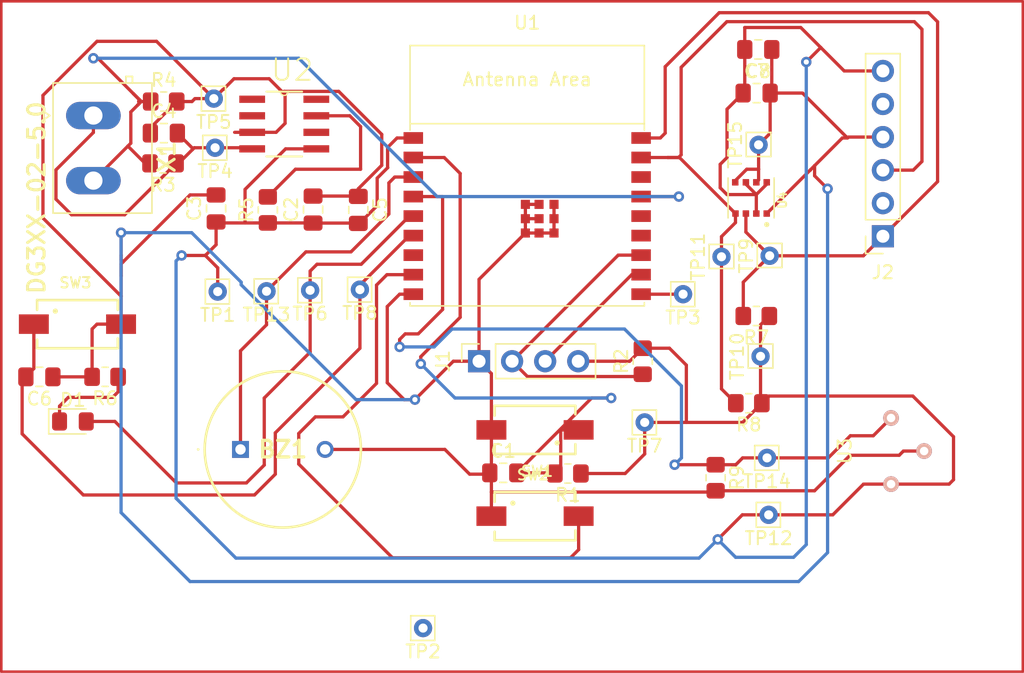
<source format=kicad_pcb>
(kicad_pcb (version 20211014) (generator pcbnew)
  (layers (0 "F.Cu" signal) (31 "B.Cu" signal) (34 "B.Paste" user) (35 "F.Paste" user) (36 "B.SilkS" user "B.Silkscreen") (37 "F.SilkS" user "F.Silkscreen") (38 "B.Mask" user) (39 "F.Mask" user) (44 "Edge.Cuts" user))
  (net 0 "")
  (net 1 "buzzer+")
  (net 2 "GND")
  (net 3 "Net-(C1-Pad2)")
  (net 4 "3.3")
  (net 5 "+ suply ")
  (net 6 "test button")
  (net 7 "Net-(D1-Pad1)")
  (net 8 "test led")
  (net 9 "TX")
  (net 10 "RX")
  (net 11 "SDA")
  (net 13 "SCL")
  (net 15 "batterij level")
  (net 16 "INT PIR")
  (net 17 "Net-(SW2-Pad2)")
  (net 18 "Net-(TP2-Pad1)")
  (net 19 "Net-(TP3-Pad1)")
  (net 23 "Net-(R5-Pad2)")
  (footprint "Connector_Pin:Pin_D0.7mm_L6.5mm_W1.8mm_FlatFork" (layer "F.Cu") (at 105.925 107.825)
    (fp_text reference "TP5")
    (fp_text value "TestPoint")
  )
  (footprint "Connector_Pin:Pin_D0.7mm_L6.5mm_W1.8mm_FlatFork" (layer "F.Cu") (at 109.975 122.625)
    (fp_text reference "TP13")
    (fp_text value "TestPoint")
  )
  (footprint "esp:ESP32-C3-WROOM-02" (layer "F.Cu") (at 130 115)
    (fp_text reference "U1")
    (fp_text value "ESP32-C3-WROOM-02")
  )
  (footprint "BME680:PSON80P300X300X100-8N" (layer "F.Cu") (at 147.2 115.455 -90)
    (fp_text reference "U4")
    (fp_text value "BME680")
  )
  (footprint "LP2989IMX-3:SOIC127P600X175-8N" (layer "F.Cu") (at 111.3362 109.78)
    (fp_text reference "U2")
    (fp_text value "LP2989IMX-3.3/NOPB")
  )
  (footprint "Connector_Pin:Pin_D0.7mm_L6.5mm_W1.8mm_FlatFork" (layer "F.Cu") (at 113.325 122.55)
    (fp_text reference "TP6")
    (fp_text value "TestPoint")
  )
  (footprint "Resistor_SMD:R_0805_2012Metric_Pad1.20x1.40mm_HandSolder" (layer "F.Cu") (at 147.025 131.225 180)
    (fp_text reference "R8")
    (fp_text value "4.7k")
  )
  (footprint "Capacitor_SMD:C_0805_2012Metric_Pad1.18x1.45mm_HandSolder" (layer "F.Cu") (at 113.55 116.35 90)
    (fp_text reference "C2")
    (fp_text value "10u")
  )
  (footprint "Capacitor_SMD:C_0805_2012Metric_Pad1.18x1.45mm_HandSolder" (layer "F.Cu") (at 147.625 107.4)
    (fp_text reference "C7")
    (fp_text value "100n")
  )
  (footprint "Connector_Pin:Pin_D0.7mm_L6.5mm_W1.8mm_FlatFork" (layer "F.Cu") (at 106.025 111.6)
    (fp_text reference "TP4")
    (fp_text value "TestPoint")
  )
  (footprint "434111043826:434111043826" (layer "F.Cu") (at 95.45 125.15)
    (fp_text reference "SW3")
    (fp_text value "SW_Push")
  )
  (footprint "Capacitor_SMD:C_0805_2012Metric_Pad1.18x1.45mm_HandSolder" (layer "F.Cu") (at 102.0875 110.475)
    (fp_text reference "C4")
    (fp_text value "2.2u")
  )
  (footprint "Capacitor_SMD:C_0805_2012Metric_Pad1.18x1.45mm_HandSolder" (layer "F.Cu") (at 106.1 116.2625 90)
    (fp_text reference "C3")
    (fp_text value "0.1u")
  )
  (footprint "434111043826:434111043826" (layer "F.Cu") (at 130.6 139.9)
    (fp_text reference "SW2")
    (fp_text value "SW_Push")
  )
  (footprint "Resistor_SMD:R_0805_2012Metric_Pad1.20x1.40mm_HandSolder" (layer "F.Cu") (at 102.025 112.8 180)
    (fp_text reference "R3")
    (fp_text value "R")
  )
  (footprint "Connector_Pin:Pin_D0.7mm_L6.5mm_W1.8mm_FlatFork" (layer "F.Cu") (at 117.15 122.5)
    (fp_text reference "TP8")
    (fp_text value "TestPoint")
  )
  (footprint "degson:degson-DG306-5.0-02P" (layer "F.Cu") (at 96.675 111.625 -90)
    (fp_text reference "X1")
    (fp_text value "DG3XX-02-5.0")
  )
  (footprint "Connector_Pin:Pin_D0.7mm_L6.5mm_W1.8mm_FlatFork" (layer "F.Cu") (at 122 148.5)
    (fp_text reference "TP2")
    (fp_text value "TestPoint")
  )
  (footprint "Connector_PinSocket_2.54mm:PinSocket_1x04_P2.54mm_Vertical" (layer "F.Cu") (at 126.3 128 90)
    (fp_text reference "J1")
    (fp_text value "Conn_01x04_Female")
  )
  (footprint "Connector_Pin:Pin_D0.7mm_L6.5mm_W1.8mm_FlatFork" (layer "F.Cu") (at 141.975 122.85)
    (fp_text reference "TP3")
    (fp_text value "TestPoint")
  )
  (footprint "LED_SMD:LED_0805_2012Metric_Pad1.15x1.40mm_HandSolder" (layer "F.Cu") (at 95.1 132.625)
    (fp_text reference "D1")
    (fp_text value "LED")
  )
  (footprint "Connector_Pin:Pin_D0.7mm_L6.5mm_W1.8mm_FlatFork" (layer "F.Cu") (at 147.925 127.625 -90)
    (fp_text reference "TP10")
    (fp_text value "TestPoint")
  )
  (footprint "SamacSys_Parts:AX1203DLF" (layer "F.Cu") (at 107.975 134.775)
    (fp_text reference "BZ1")
    (fp_text value "Buzzer" hide)
  )
  (footprint "434111043826:434111043826" (layer "F.Cu") (at 130.6 133.275 180)
    (fp_text reference "SW1")
    (fp_text value "SW_Push")
  )
  (footprint "Connector_PinSocket_2.54mm:PinSocket_1x06_P2.54mm_Vertical" (layer "F.Cu") (at 157.325 118.4 180)
    (fp_text reference "J2")
    (fp_text value "Conn_01x06_Female")
  )
  (footprint "Connector_Pin:Pin_D0.7mm_L6.5mm_W1.8mm_FlatFork" (layer "F.Cu") (at 148.625 119.9 -90)
    (fp_text reference "TP9")
    (fp_text value "TestPoint")
  )
  (footprint "Library:EKMB1305112K" (layer "F.Cu") (at 157.95 134.9 90)
    (fp_text reference "U3")
    (fp_text value "EKMB1305112K")
  )
  (footprint "Resistor_SMD:R_0805_2012Metric_Pad1.20x1.40mm_HandSolder" (layer "F.Cu") (at 97.575 129.2 180)
    (fp_text reference "R6")
    (fp_text value "R")
  )
  (footprint "Connector_Pin:Pin_D0.7mm_L6.5mm_W1.8mm_FlatFork" (layer "F.Cu") (at 139.025 132.7)
    (fp_text reference "TP7")
    (fp_text value "TestPoint")
  )
  (footprint "Capacitor_SMD:C_0805_2012Metric_Pad1.18x1.45mm_HandSolder" (layer "F.Cu") (at 128.1625 136.575)
    (fp_text reference "C1")
    (fp_text value "0.1u")
  )
  (footprint "Connector_Pin:Pin_D0.7mm_L6.5mm_W1.8mm_FlatFork" (layer "F.Cu") (at 148.55 139.8)
    (fp_text reference "TP12")
    (fp_text value "TestPoint")
  )
  (footprint "Capacitor_SMD:C_0805_2012Metric_Pad1.18x1.45mm_HandSolder" (layer "F.Cu") (at 92.525 129.2 180)
    (fp_text reference "C6")
    (fp_text value "0.1u")
  )
  (footprint "Resistor_SMD:R_0805_2012Metric_Pad1.20x1.40mm_HandSolder" (layer "F.Cu") (at 144.475 136.95 -90)
    (fp_text reference "R9")
    (fp_text value "10k")
  )
  (footprint "Resistor_SMD:R_0805_2012Metric_Pad1.20x1.40mm_HandSolder" (layer "F.Cu") (at 147.6 124.525 180)
    (fp_text reference "R7")
    (fp_text value "4.7k")
  )
  (footprint "Resistor_SMD:R_0805_2012Metric_Pad1.20x1.40mm_HandSolder" (layer "F.Cu") (at 102.075 108.05)
    (fp_text reference "R4")
    (fp_text value "R")
  )
  (footprint "Connector_Pin:Pin_D0.7mm_L6.5mm_W1.8mm_FlatFork" (layer "F.Cu") (at 148.425 135.425)
    (fp_text reference "TP14")
    (fp_text value "TestPoint")
  )
  (footprint "Resistor_SMD:R_0805_2012Metric_Pad1.20x1.40mm_HandSolder" (layer "F.Cu") (at 133.125 136.625 180)
    (fp_text reference "R1")
    (fp_text value "10k")
  )
  (footprint "Resistor_SMD:R_0805_2012Metric_Pad1.20x1.40mm_HandSolder" (layer "F.Cu") (at 138.875 128 90)
    (fp_text reference "R2")
    (fp_text value "4.7k")
  )
  (footprint "Capacitor_SMD:C_0805_2012Metric_Pad1.18x1.45mm_HandSolder" (layer "F.Cu") (at 117.025 116.375 -90)
    (fp_text reference "C5")
    (fp_text value "4.7u")
  )
  (footprint "Connector_Pin:Pin_D0.7mm_L6.5mm_W1.8mm_FlatFork" (layer "F.Cu") (at 144.925 119.975 -90)
    (fp_text reference "TP11")
    (fp_text value "TestPoint")
  )
  (footprint "Resistor_SMD:R_0805_2012Metric_Pad1.20x1.40mm_HandSolder" (layer "F.Cu") (at 110.075 116.375 90)
    (fp_text reference "R5")
    (fp_text value "4.7k")
  )
  (footprint "Capacitor_SMD:C_0805_2012Metric_Pad1.18x1.45mm_HandSolder" (layer "F.Cu") (at 147.75 104.05 180)
    (fp_text reference "C8")
    (fp_text value "100n")
  )
  (footprint "Connector_Pin:Pin_D0.7mm_L6.5mm_W1.8mm_FlatFork" (layer "F.Cu") (at 147.775 111.375 -90)
    (fp_text reference "TP15")
    (fp_text value "TestPoint")
  )
  (footprint "Connector_Pin:Pin_D0.7mm_L6.5mm_W1.8mm_FlatFork" (layer "F.Cu") (at 106.225 122.65)
    (fp_text reference "TP1")
    (fp_text value "TestPoint")
  )
  (gr_rect (start 89.6 100.35) (end 168.075 151.85) (layer "F.Cu") (width 0.2) (fill none))
  (segment (start 119.825 113.85) (end 121.25 113.85) (width 0.25) (layer "F.Cu") (net 1))
  (segment (start 119.375 116.687493) (end 119.375 114.3) (width 0.25) (layer "F.Cu") (net 1))
  (segment (start 107.975 127.2) (end 109.975 125.2) (width 0.25) (layer "F.Cu") (net 1))
  (segment (start 116.462493 119.6) (end 119.375 116.687493) (width 0.25) (layer "F.Cu") (net 1))
  (segment (start 113 119.6) (end 116.462493 119.6) (width 0.25) (layer "F.Cu") (net 1))
  (segment (start 119.375 114.3) (end 119.825 113.85) (width 0.25) (layer "F.Cu") (net 1))
  (segment (start 109.975 125.2) (end 109.975 122.625) (width 0.25) (layer "F.Cu") (net 1))
  (segment (start 107.975 134.775) (end 107.975 127.2) (width 0.25) (layer "F.Cu") (net 1))
  (segment (start 109.975 122.625) (end 113 119.6) (width 0.25) (layer "F.Cu") (net 1))
  (segment (start 148.6625 107.4) (end 151.15 107.4) (width 0.25) (layer "F.Cu") (net 2))
  (segment (start 104.475 107.825) (end 104.25 108.05) (width 0.25) (layer "F.Cu") (net 2))
  (segment (start 151.15 107.4) (end 154.6 110.85) (width 0.25) (layer "F.Cu") (net 2))
  (segment (start 123.675 134.775) (end 125.575 136.675) (width 0.25) (layer "F.Cu") (net 2))
  (segment (start 127.25 138.05) (end 144.375 138.05) (width 0.25) (layer "F.Cu") (net 2))
  (segment (start 127.25 136.45) (end 127.125 136.575) (width 0.25) (layer "F.Cu") (net 2))
  (segment (start 117 115.3125) (end 117.025 115.3375) (width 0.25) (layer "F.Cu") (net 2))
  (segment (start 110.71 110.415) (end 111.4 109.725) (width 0.25) (layer "F.Cu") (net 2))
  (segment (start 148.6625 110.4875) (end 147.775 111.375) (width 0.25) (layer "F.Cu") (net 2))
  (segment (start 117.025 114.75) (end 118.825 112.95) (width 0.25) (layer "F.Cu") (net 2))
  (segment (start 148.4 116.655) (end 151.7525 113.3025) (width 0.25) (layer "F.Cu") (net 2))
  (segment (start 106.625 107.125) (end 105.925 107.825) (width 0.25) (layer "F.Cu") (net 2))
  (segment (start 98.9625 120.3625) (end 104.1 115.225) (width 0.25) (layer "F.Cu") (net 2))
  (segment (start 120.2 122.85) (end 119.25 123.8) (width 0.25) (layer "F.Cu") (net 2))
  (segment (start 152.0775 112.9775) (end 152.0775 113.7525) (width 0.25) (layer "F.Cu") (net 2))
  (segment (start 98.9625 120.3625) (end 98.8 120.2) (width 0.25) (layer "F.Cu") (net 2))
  (segment (start 154.8 135.225) (end 158.575 135.225) (width 0.25) (layer "F.Cu") (net 2))
  (segment (start 92.8 117) (end 98.8 123) (width 0.25) (layer "F.Cu") (net 2))
  (segment (start 118.825 110.575) (end 115.521089 107.271089) (width 0.25) (layer "F.Cu") (net 2))
  (segment (start 110.175 106.3) (end 107.475 106.3) (width 0.25) (layer "F.Cu") (net 2))
  (segment (start 101.525 103.425) (end 105.925 107.825) (width 0.25) (layer "F.Cu") (net 2))
  (segment (start 118.825 112.95) (end 118.825 110.575) (width 0.25) (layer "F.Cu") (net 2))
  (segment (start 127.025 136.675) (end 127.125 136.575) (width 0.25) (layer "F.Cu") (net 2))
  (segment (start 154.205 110.85) (end 154.6 110.85) (width 0.25) (layer "F.Cu") (net 2))
  (segment (start 98.8 120.2) (end 98.8 119.85) (width 0.25) (layer "F.Cu") (net 2))
  (segment (start 127.25 128.95) (end 126.3 128) (width 0.25) (layer "F.Cu") (net 2))
  (segment (start 127.25 133.275) (end 127.25 128.95) (width 0.25) (layer "F.Cu") (net 2))
  (segment (start 146.863634 113.25) (end 147.775 113.25) (width 0.25) (layer "F.Cu") (net 2))
  (segment (start 154.67 110.78) (end 157.325 110.78) (width 0.25) (layer "F.Cu") (net 2))
  (segment (start 98.8 119.85) (end 98.8 121.45) (width 0.25) (layer "F.Cu") (net 2))
  (segment (start 129.86 118.15) (end 129.86 115.95) (width 0.25) (layer "F.Cu") (net 2))
  (segment (start 111.328911 107.271089) (end 111.2375 107.3625) (width 0.25) (layer "F.Cu") (net 2))
  (segment (start 93.5625 129.2) (end 96.575 129.2) (width 0.25) (layer "F.Cu") (net 2))
  (segment (start 107.475 106.3) (end 106.65 107.125) (width 0.25) (layer "F.Cu") (net 2))
  (segment (start 127.25 133.275) (end 127.25 136.45) (width 0.25) (layer "F.Cu") (net 2))
  (segment (start 98.8 119.85) (end 98.8 118.125) (width 0.25) (layer "F.Cu") (net 2))
  (segment (start 132.06 115.95) (end 132.06 118.15) (width 0.25) (layer "F.Cu") (net 2))
  (segment (start 148.7875 104.05) (end 148.7875 107.275) (width 0.25) (layer "F.Cu") (net 2))
  (segment (start 147.6 114.255) (end 147.775 114.08) (width 0.25) (layer "F.Cu") (net 2))
  (segment (start 130.91 117.05) (end 129.86 117.05) (width 0.25) (layer "F.Cu") (net 2))
  (segment (start 125.575 136.675) (end 127.025 136.675) (width 0.25) (layer "F.Cu") (net 2))
  (segment (start 121.375 130.95) (end 121.325 131) (width 0.25) (layer "F.Cu") (net 2))
  (segment (start 147.775 113.25) (end 147.775 111.375) (width 0.25) (layer "F.Cu") (net 2))
  (segment (start 148.6625 107.4) (end 148.6625 110.4875) (width 0.25) (layer "F.Cu") (net 2))
  (segment (start 126.3 121.71) (end 129.86 118.15) (width 0.25) (layer "F.Cu") (net 2))
  (segment (start 152.0775 112.9775) (end 154.205 110.85) (width 0.25) (layer "F.Cu") (net 2))
  (segment (start 117.025 115.3375) (end 117.025 114.75) (width 0.25) (layer "F.Cu") (net 2))
  (segment (start 120.55 130.95) (end 121.375 130.95) (width 0.25) (layer "F.Cu") (net 2))
  (segment (start 92.8 114.55) (end 92.8 117) (width 0.25) (layer "F.Cu") (net 2))
  (segment (start 96.95 125.15) (end 98.8 125.15) (width 0.25) (layer "F.Cu") (net 2))
  (segment (start 96.575 125.525) (end 96.95 125.15) (width 0.25) (layer "F.Cu") (net 2))
  (segment (start 127.25 136.7) (end 127.25 138.05) (width 0.25) (layer "F.Cu") (net 2))
  (segment (start 101.05 110.075) (end 103.075 108.05) (width 0.25) (layer "F.Cu") (net 2))
  (segment (start 113.55 115.3125) (end 117 115.3125) (width 0.25) (layer "F.Cu") (net 2))
  (segment (start 111.4 109.725) (end 111.4 107.525) (width 0.25) (layer "F.Cu") (net 2))
  (segment (start 144.475 137.95) (end 152.075 137.95) (width 0.25) (layer "F.Cu") (net 2))
  (segment (start 147.775 114.08) (end 147.775 113.25) (width 0.25) (layer "F.Cu") (net 2))
  (segment (start 154.6 110.85) (end 154.67 110.78) (width 0.25) (layer "F.Cu") (net 2))
  (segment (start 98.8 121.45) (end 98.8 120.525) (width 0.25) (layer "F.Cu") (net 2))
  (segment (start 158.9 134.9) (end 160.49 134.9) (width 0.25) (layer "F.Cu") (net 2))
  (segment (start 111.2375 107.3625) (end 110.175 106.3) (width 0.25) (layer "F.Cu") (net 2))
  (segment (start 145.98 114.255) (end 145.98 114.133634) (width 0.25) (layer "F.Cu") (net 2))
  (segment (start 127.125 136.575) (end 127.25 136.7) (width 0.25) (layer "F.Cu") (net 2))
  (segment (start 111.4 107.525) (end 111.2375 107.3625) (width 0.25) (layer "F.Cu") (net 2))
  (segment (start 129.86 115.95) (end 130.91 115.95) (width 0.25) (layer "F.Cu") (net 2))
  (segment (start 96.950386 103.425) (end 101.525 103.425) (width 0.25) (layer "F.Cu") (net 2))
  (segment (start 130.91 118.15) (end 132.06 118.15) (width 0.25) (layer "F.Cu") (net 2))
  (segment (start 104.1 115.225) (end 106.1 115.225) (width 0.25) (layer "F.Cu") (net 2))
  (segment (start 129.86 118.15) (end 130.91 118.15) (width 0.25) (layer "F.Cu") (net 2))
  (segment (start 114.475 134.775) (end 123.675 134.775) (width 0.25) (layer "F.Cu") (net 2))
  (segment (start 144.375 138.05) (end 144.475 137.95) (width 0.25) (layer "F.Cu") (net 2))
  (segment (start 145.98 114.133634) (end 146.863634 113.25) (width 0.25) (layer "F.Cu") (net 2))
  (segment (start 151.7525 113.3025) (end 151.7525 113.3275) (width 0.25) (layer "F.Cu") (net 2))
  (segment (start 126.3 128) (end 126.3 121.71) (width 0.25) (layer "F.Cu") (net 2))
  (segment (start 101.05 110.475) (end 101.05 110.075) (width 0.25) (layer "F.Cu") (net 2))
  (segment (start 104.25 108.05) (end 103.075 108.05) (width 0.25) (layer "F.Cu") (net 2))
  (segment (start 148.7875 107.275) (end 148.6625 107.4) (width 0.25) (layer "F.Cu") (net 2))
  (segment (start 121.25 122.85) (end 120.2 122.85) (width 0.25) (layer "F.Cu") (net 2))
  (segment (start 127.25 138.05) (end 127.25 139.9) (width 0.25) (layer "F.Cu") (net 2))
  (segment (start 152.075 137.95) (end 154.8 135.225) (width 0.25) (layer "F.Cu") (net 2))
  (segment (start 96.575 129.2) (end 96.575 125.525) (width 0.25) (layer "F.Cu") (net 2))
  (segment (start 98.8 120.525) (end 98.9625 120.3625) (width 0.25) (layer "F.Cu") (net 2))
  (segment (start 105.925 107.825) (end 104.475 107.825) (width 0.25) (layer "F.Cu") (net 2))
  (segment (start 126.3 128) (end 124.325 128) (width 0.25) (layer "F.Cu") (net 2))
  (segment (start 106.65 107.125) (end 106.625 107.125) (width 0.25) (layer "F.Cu") (net 2))
  (segment (start 98.8 125.15) (end 98.8 123) (width 0.25) (layer "F.Cu") (net 2))
  (segment (start 92.8 107.575386) (end 96.950386 103.425) (width 0.25) (layer "F.Cu") (net 2))
  (segment (start 152.0775 113.7525) (end 153.075 114.75) (width 0.25) (layer "F.Cu") (net 2))
  (segment (start 107.525051 110.415) (end 108.8724 110.415) (width 0.25) (layer "F.Cu") (net 2))
  (segment (start 158.575 135.225) (end 158.9 134.9) (width 0.25) (layer "F.Cu") (net 2))
  (segment (start 92.8 114.55) (end 92.8 107.575386) (width 0.25) (layer "F.Cu") (net 2))
  (segment (start 98.8 123) (end 98.8 121.45) (width 0.25) (layer "F.Cu") (net 2))
  (segment (start 108.8724 110.415) (end 110.71 110.415) (width 0.25) (layer "F.Cu") (net 2))
  (segment (start 115.521089 107.271089) (end 111.328911 107.271089) (width 0.25) (layer "F.Cu") (net 2))
  (segment (start 151.7525 113.3025) (end 152.0775 112.9775) (width 0.25) (layer "F.Cu") (net 2))
  (segment (start 119.25 123.8) (end 119.25 129.65) (width 0.25) (layer "F.Cu") (net 2))
  (segment (start 124.325 128) (end 121.375 130.95) (width 0.25) (layer "F.Cu") (net 2))
  (segment (start 119.25 129.65) (end 120.55 130.95) (width 0.25) (layer "F.Cu") (net 2))
  (via (at 98.8 118.125) (size 0.8) (drill 0.4) (layers "F.Cu" "B.Cu") (net 2))
  (via (at 121.375 130.95) (size 0.8) (drill 0.4) (layers "F.Cu" "B.Cu") (net 2))
  (via (at 153.075 114.75) (size 0.8) (drill 0.4) (layers "F.Cu" "B.Cu") (net 2))
  (segment (start 104.225 118.125) (end 108.025 121.925) (width 0.25) (layer "B.Cu") (net 2))
  (segment (start 104.1 144.925) (end 98.8 139.625) (width 0.25) (layer "B.Cu") (net 2))
  (segment (start 153.075 114.75) (end 153.075 142.7) (width 0.25) (layer "B.Cu") (net 2))
  (segment (start 108.025 122.123878) (end 116.851122 130.95) (width 0.25) (layer "B.Cu") (net 2))
  (segment (start 116.851122 130.95) (end 121.375 130.95) (width 0.25) (layer "B.Cu") (net 2))
  (segment (start 98.8 139.625) (end 98.8 118.125) (width 0.25) (layer "B.Cu") (net 2))
  (segment (start 98.8 118.125) (end 104.225 118.125) (width 0.25) (layer "B.Cu") (net 2))
  (segment (start 108.025 121.925) (end 108.025 122.123878) (width 0.25) (layer "B.Cu") (net 2))
  (segment (start 150.85 144.925) (end 104.1 144.925) (width 0.25) (layer "B.Cu") (net 2))
  (segment (start 153.075 142.7) (end 150.85 144.925) (width 0.25) (layer "B.Cu") (net 2))
  (segment (start 121.825 127.65) (end 121.825 128.2) (width 0.25) (layer "F.Cu") (net 3))
  (segment (start 132.575 136.175) (end 132.125 136.625) (width 0.25) (layer "F.Cu") (net 3))
  (segment (start 132.075 136.575) (end 132.125 136.625) (width 0.25) (layer "F.Cu") (net 3))
  (segment (start 129.2 136.575) (end 134.95 130.825) (width 0.25) (layer "F.Cu") (net 3))
  (segment (start 129.2 136.575) (end 132.075 136.575) (width 0.25) (layer "F.Cu") (net 3))
  (segment (start 124.85 124.625) (end 121.825 127.65) (width 0.25) (layer "F.Cu") (net 3))
  (segment (start 124.85 113.575) (end 124.85 124.625) (width 0.25) (layer "F.Cu") (net 3))
  (segment (start 121.25 112.35) (end 123.625 112.35) (width 0.25) (layer "F.Cu") (net 3))
  (segment (start 134.95 130.825) (end 136.45 130.825) (width 0.25) (layer "F.Cu") (net 3))
  (segment (start 123.625 112.35) (end 124.85 113.575) (width 0.25) (layer "F.Cu") (net 3))
  (segment (start 132.575 133.275) (end 132.575 136.175) (width 0.25) (layer "F.Cu") (net 3))
  (segment (start 133.95 133.275) (end 132.575 133.275) (width 0.25) (layer "F.Cu") (net 3))
  (via (at 136.45 130.825) (size 0.8) (drill 0.4) (layers "F.Cu" "B.Cu") (net 3))
  (via (at 121.825 128.2) (size 0.8) (drill 0.4) (layers "F.Cu" "B.Cu") (net 3))
  (segment (start 121.825 128.2) (end 124.45 130.825) (width 0.25) (layer "B.Cu") (net 3))
  (segment (start 124.45 130.825) (end 136.45 130.825) (width 0.25) (layer "B.Cu") (net 3))
  (segment (start 108.325 114.8) (end 108.325 117.375) (width 0.25) (layer "F.Cu") (net 4))
  (segment (start 113.55 117.3875) (end 117 117.3875) (width 0.25) (layer "F.Cu") (net 4))
  (segment (start 117 117.3875) (end 117.025 117.4125) (width 0.25) (layer "F.Cu") (net 4))
  (segment (start 140.925 127) (end 142.225 128.3) (width 0.25) (layer "F.Cu") (net 4))
  (segment (start 144.825 112.875) (end 144.825 114.675) (width 0.25) (layer "F.Cu") (net 4))
  (segment (start 106.1 117.3) (end 106.175 117.375) (width 0.25) (layer "F.Cu") (net 4))
  (segment (start 119.27452 113.12452) (end 119.280359 113.130359) (width 0.25) (layer "F.Cu") (net 4))
  (segment (start 134.125 136.625) (end 137.525 136.625) (width 0.25) (layer "F.Cu") (net 4))
  (segment (start 106.225 122.65) (end 106.225 120.825) (width 0.25) (layer "F.Cu") (net 4))
  (segment (start 147.925 127.625) (end 147.925 125.2) (width 0.25) (layer "F.Cu") (net 4))
  (segment (start 146.7125 104.05) (end 146.7125 107.275) (width 0.25) (layer "F.Cu") (net 4))
  (segment (start 144.825 114.675) (end 145.346366 115.196366) (width 0.25) (layer "F.Cu") (net 4))
  (segment (start 106.1 117.3) (end 106.1 119.05) (width 0.25) (layer "F.Cu") (net 4))
  (segment (start 152.55 103.9) (end 154.35 105.7) (width 0.25) (layer "F.Cu") (net 4))
  (segment (start 146.5875 107.4) (end 145.35 108.6375) (width 0.25) (layer "F.Cu") (net 4))
  (segment (start 147.925 127.625) (end 147.925 131.125) (width 0.25) (layer "F.Cu") (net 4))
  (segment (start 146.8 114.396366) (end 147.6 115.196366) (width 0.25) (layer "F.Cu") (net 4))
  (segment (start 147.925 125.2) (end 148.6 124.525) (width 0.25) (layer "F.Cu") (net 4))
  (segment (start 146.55 132.7) (end 148.025 131.225) (width 0.25) (layer "F.Cu") (net 4))
  (segment (start 139.025 135.125) (end 139.025 132.7) (width 0.25) (layer "F.Cu") (net 4))
  (segment (start 133.92 128) (end 137.875 128) (width 0.25) (layer "F.Cu") (net 4))
  (segment (start 106.1 119.05) (end 105.325 119.825) (width 0.25) (layer "F.Cu") (net 4))
  (segment (start 148.4 114.396366) (end 148.4 114.255) (width 0.25) (layer "F.Cu") (net 4))
  (segment (start 108.325 117.375) (end 110.075 117.375) (width 0.25) (layer "F.Cu") (net 4))
  (segment (start 145.35 112.35) (end 144.825 112.875) (width 0.25) (layer "F.Cu") (net 4))
  (segment (start 151.0125 102.3625) (end 152.55 103.9) (width 0.25) (layer "F.Cu") (net 4))
  (segment (start 105.325 119.825) (end 105.275 119.875) (width 0.25) (layer "F.Cu") (net 4))
  (segment (start 148.025 131.225) (end 148.575 130.675) (width 0.25) (layer "F.Cu") (net 4))
  (segment (start 146.8 114.255) (end 146.8 114.396366) (width 0.25) (layer "F.Cu") (net 4))
  (segment (start 119.280359 113.130359) (end 118.475 113.935718) (width 0.25) (layer "F.Cu") (net 4))
  (segment (start 147.6 115.196366) (end 148.4 114.396366) (width 0.25) (layer "F.Cu") (net 4))
  (segment (start 121.25 110.85) (end 120 110.85) (width 0.25) (layer "F.Cu") (net 4))
  (segment (start 147.6 115.196366) (end 147.6 116.655) (width 0.25) (layer "F.Cu") (net 4))
  (segment (start 148.6 124.525) (end 148.6 124.475) (width 0.25) (layer "F.Cu") (net 4))
  (segment (start 145.35 108.6375) (end 145.35 112.35) (width 0.25) (layer "F.Cu") (net 4))
  (segment (start 146.525 139.8) (end 144.6375 141.6875) (width 0.25) (layer "F.Cu") (net 4))
  (segment (start 153.475 139.8) (end 155.835 137.44) (width 0.25) (layer "F.Cu") (net 4))
  (segment (start 162.75 133.8) (end 162.75 137.1) (width 0.25) (layer "F.Cu") (net 4))
  (segment (start 142.225 132.7) (end 146.55 132.7) (width 0.25) (layer "F.Cu") (net 4))
  (segment (start 118.475 113.935718) (end 118.475 116.05) (width 0.25) (layer "F.Cu") (net 4))
  (segment (start 162.75 137.1) (end 162.41 137.44) (width 0.25) (layer "F.Cu") (net 4))
  (segment (start 159.625 130.675) (end 162.75 133.8) (width 0.25) (layer "F.Cu") (net 4))
  (segment (start 110.075 117.375) (end 113.5375 117.375) (width 0.25) (layer "F.Cu") (net 4))
  (segment (start 117.1125 117.4125) (end 117.025 117.4125) (width 0.25) (layer "F.Cu") (net 4))
  (segment (start 148.55 139.8) (end 153.475 139.8) (width 0.25) (layer "F.Cu") (net 4))
  (segment (start 113.8 111.685) (end 111.44 111.685) (width 0.25) (layer "F.Cu") (net 4))
  (segment (start 113.5375 117.375) (end 113.55 117.3875) (width 0.25) (layer "F.Cu") (net 4))
  (segment (start 118.475 116.05) (end 117.1125 117.4125) (width 0.25) (layer "F.Cu") (net 4))
  (segment (start 147.925 131.125) (end 148.025 131.225) (width 0.25) (layer "F.Cu") (net 4))
  (segment (start 139.025 132.7) (end 142.225 132.7) (width 0.25) (layer "F.Cu") (net 4))
  (segment (start 105.275 119.875) (end 103.45 119.875) (width 0.25) (layer "F.Cu") (net 4))
  (segment (start 142.225 128.3) (end 142.225 132.7) (width 0.25) (layer "F.Cu") (net 4))
  (segment (start 148.55 139.8) (end 146.525 139.8) (width 0.25) (layer "F.Cu") (net 4))
  (segment (start 146.7125 107.275) (end 146.5875 107.4) (width 0.25) (layer "F.Cu") (net 4))
  (segment (start 152.55 103.9) (end 151.475 104.975) (width 0.25) (layer "F.Cu") (net 4))
  (segment (start 137.525 136.625) (end 139.025 135.125) (width 0.25) (layer "F.Cu") (net 4))
  (segment (start 148.575 130.675) (end 159.625 130.675) (width 0.25) (layer "F.Cu") (net 4))
  (segment (start 162.41 137.44) (end 157.95 137.44) (width 0.25) (layer "F.Cu") (net 4))
  (segment (start 151.4375 105.0125) (end 151.375 105.075) (width 0.25) (layer "F.Cu") (net 4))
  (segment (start 120 110.85) (end 119.27452 111.57548) (width 0.25) (layer "F.Cu") (net 4))
  (segment (start 145.346366 115.196366) (end 147.6 115.196366) (width 0.25) (layer "F.Cu") (net 4))
  (segment (start 144.6375 141.6875) (end 144.5 141.825) (width 0.25) (layer "F.Cu") (net 4))
  (segment (start 151.475 104.975) (end 151.4375 105.0125) (width 0.25) (layer "F.Cu") (net 4))
  (segment (start 146.7125 104.05) (end 146.7125 102.3625) (width 0.25) (layer "F.Cu") (net 4))
  (segment (start 106.175 117.375) (end 108.325 117.375) (width 0.25) (layer "F.Cu") (net 4))
  (segment (start 111.44 111.685) (end 108.325 114.8) (width 0.25) (layer "F.Cu") (net 4))
  (segment (start 106.225 120.825) (end 105.275 119.875) (width 0.25) (layer "F.Cu") (net 4))
  (segment (start 155.835 137.44) (end 157.95 137.44) (width 0.25) (layer "F.Cu") (net 4))
  (segment (start 146.7125 102.3625) (end 151.0125 102.3625) (width 0.25) (layer "F.Cu") (net 4))
  (segment (start 119.27452 111.57548) (end 119.27452 113.12452) (width 0.25) (layer "F.Cu") (net 4))
  (segment (start 154.35 105.7) (end 157.325 105.7) (width 0.25) (layer "F.Cu") (net 4))
  (segment (start 137.875 128) (end 138.875 127) (width 0.25) (layer "F.Cu") (net 4))
  (segment (start 138.875 127) (end 140.925 127) (width 0.25) (layer "F.Cu") (net 4))
  (via (at 103.45 119.875) (size 0.8) (drill 0.4) (layers "F.Cu" "B.Cu") (net 4))
  (via (at 151.4375 105.0125) (size 0.8) (drill 0.4) (layers "F.Cu" "B.Cu") (net 4))
  (via (at 144.6375 141.6875) (size 0.8) (drill 0.4) (layers "F.Cu" "B.Cu") (net 4))
  (segment (start 107.625 143.125) (end 143.2 143.125) (width 0.25) (layer "B.Cu") (net 4))
  (segment (start 103.45 119.875) (end 103.025 120.3) (width 0.25) (layer "B.Cu") (net 4))
  (segment (start 146.0125 143.0625) (end 144.6375 141.6875) (width 0.25) (layer "B.Cu") (net 4))
  (segment (start 103.025 120.3) (end 103.025 138.525) (width 0.25) (layer "B.Cu") (net 4))
  (segment (start 103.025 138.525) (end 107.625 143.125) (width 0.25) (layer "B.Cu") (net 4))
  (segment (start 151.4375 105.0125) (end 151.4375 142.0875) (width 0.25) (layer "B.Cu") (net 4))
  (segment (start 143.2 143.125) (end 144.6375 141.6875) (width 0.25) (layer "B.Cu") (net 4))
  (segment (start 151.4375 142.0875) (end 150.4625 143.0625) (width 0.25) (layer "B.Cu") (net 4))
  (segment (start 150.4625 143.0625) (end 146.0125 143.0625) (width 0.25) (layer "B.Cu") (net 4))
  (segment (start 104.42 111.6) (end 106.025 111.6) (width 0.25) (layer "F.Cu") (net 5))
  (segment (start 108.7874 111.6) (end 108.8724 111.685) (width 0.25) (layer "F.Cu") (net 5))
  (segment (start 99.075 116.75) (end 103.025 112.8) (width 0.25) (layer "F.Cu") (net 5))
  (segment (start 106.025 111.6) (end 108.7874 111.6) (width 0.25) (layer "F.Cu") (net 5))
  (segment (start 93.8 113.3) (end 93.8 115.55) (width 0.25) (layer "F.Cu") (net 5))
  (segment (start 96.675 110.425) (end 93.8 113.3) (width 0.25) (layer "F.Cu") (net 5))
  (segment (start 93.8 115.55) (end 95 116.75) (width 0.25) (layer "F.Cu") (net 5))
  (segment (start 96.675 109.12564) (end 96.675 110.425) (width 0.25) (layer "F.Cu") (net 5))
  (segment (start 96.675 109.12564) (end 97.35064 109.12564) (width 0.25) (layer "F.Cu") (net 5))
  (segment (start 103.22 112.8) (end 104.2725 111.7475) (width 0.25) (layer "F.Cu") (net 5))
  (segment (start 104.2725 111.7475) (end 104.42 111.6) (width 0.25) (layer "F.Cu") (net 5))
  (segment (start 95 116.75) (end 99.075 116.75) (width 0.25) (layer "F.Cu") (net 5))
  (segment (start 103.125 110.475) (end 104.335 111.685) (width 0.25) (layer "F.Cu") (net 5))
  (segment (start 103.025 112.8) (end 103.22 112.8) (width 0.25) (layer "F.Cu") (net 5))
  (segment (start 104.2725 111.7475) (end 104.335 111.685) (width 0.25) (layer "F.Cu") (net 5))
  (segment (start 117.15 122.15) (end 117.15 122.5) (width 0.25) (layer "F.Cu") (net 6))
  (segment (start 117.15 122.5) (end 117.15 127) (width 0.25) (layer "F.Cu") (net 6))
  (segment (start 117.15 127) (end 110.65 133.5) (width 0.25) (layer "F.Cu") (net 6))
  (segment (start 110.65 133.5) (end 110.65 136.675) (width 0.25) (layer "F.Cu") (net 6))
  (segment (start 91.2 133.575) (end 91.2 129.4875) (width 0.25) (layer "F.Cu") (net 6))
  (segment (start 91.4875 129.2) (end 91.475 129.1875) (width 0.25) (layer "F.Cu") (net 6))
  (segment (start 109.05 138.275) (end 95.9 138.275) (width 0.25) (layer "F.Cu") (net 6))
  (segment (start 121.25 118.35) (end 120.95 118.35) (width 0.25) (layer "F.Cu") (net 6))
  (segment (start 110.65 136.675) (end 109.05 138.275) (width 0.25) (layer "F.Cu") (net 6))
  (segment (start 120.95 118.35) (end 117.15 122.15) (width 0.25) (layer "F.Cu") (net 6))
  (segment (start 95.9 138.275) (end 91.2 133.575) (width 0.25) (layer "F.Cu") (net 6))
  (segment (start 91.2 129.4875) (end 91.4875 129.2) (width 0.25) (layer "F.Cu") (net 6))
  (segment (start 120.825 118.35) (end 121.25 118.35) (width 0.25) (layer "F.Cu") (net 6))
  (segment (start 92.1 128.5625) (end 92.1 125.15) (width 0.25) (layer "F.Cu") (net 6))
  (segment (start 91.475 129.1875) (end 92.1 128.5625) (width 0.25) (layer "F.Cu") (net 6))
  (segment (start 94.075 132.625) (end 94.075 131.45) (width 0.25) (layer "F.Cu") (net 7))
  (segment (start 94.75 130.775) (end 98.15 130.775) (width 0.25) (layer "F.Cu") (net 7))
  (segment (start 98.575 130.35) (end 98.575 129.2) (width 0.25) (layer "F.Cu") (net 7))
  (segment (start 98.15 130.775) (end 98.575 130.35) (width 0.25) (layer "F.Cu") (net 7))
  (segment (start 94.075 131.45) (end 94.75 130.775) (width 0.25) (layer "F.Cu") (net 7))
  (segment (start 96.125 132.625) (end 98.325 132.625) (width 0.25) (layer "F.Cu") (net 8))
  (segment (start 120.95 116.85) (end 117.25 120.55) (width 0.25) (layer "F.Cu") (net 8))
  (segment (start 108.425 137.35) (end 103.05 137.35) (width 0.25) (layer "F.Cu") (net 8))
  (segment (start 109.8 135.975) (end 108.425 137.35) (width 0.25) (layer "F.Cu") (net 8))
  (segment (start 103.05 137.35) (end 98.325 132.625) (width 0.25) (layer "F.Cu") (net 8))
  (segment (start 113.85 120.55) (end 113.325 121.075) (width 0.25) (layer "F.Cu") (net 8))
  (segment (start 113.325 122.55) (end 113.325 127.3) (width 0.25) (layer "F.Cu") (net 8))
  (segment (start 109.8 130.825) (end 109.8 135.975) (width 0.25) (layer "F.Cu") (net 8))
  (segment (start 113.325 121.075) (end 113.325 122.55) (width 0.25) (layer "F.Cu") (net 8))
  (segment (start 113.325 127.3) (end 109.8 130.825) (width 0.25) (layer "F.Cu") (net 8))
  (segment (start 117.25 120.55) (end 113.85 120.55) (width 0.25) (layer "F.Cu") (net 8))
  (segment (start 121.25 116.85) (end 120.95 116.85) (width 0.25) (layer "F.Cu") (net 8))
  (segment (start 136.99 119.85) (end 138.75 119.85) (width 0.25) (layer "F.Cu") (net 9))
  (segment (start 138.875 129) (end 138.700489 129.174511) (width 0.25) (layer "F.Cu") (net 9))
  (segment (start 130.014511 129.174511) (end 128.84 128) (width 0.25) (layer "F.Cu") (net 9))
  (segment (start 138.700489 129.174511) (end 130.014511 129.174511) (width 0.25) (layer "F.Cu") (net 9))
  (segment (start 128.84 128) (end 136.99 119.85) (width 0.25) (layer "F.Cu") (net 9))
  (segment (start 138.03 121.35) (end 138.75 121.35) (width 0.25) (layer "F.Cu") (net 10))
  (segment (start 131.38 128) (end 138.03 121.35) (width 0.25) (layer "F.Cu") (net 10))
  (segment (start 146.8 118.075) (end 148.625 119.9) (width 0.25) (layer "F.Cu") (net 11))
  (segment (start 140.6 105.375) (end 144.75 101.225) (width 0.25) (layer "F.Cu") (net 11))
  (segment (start 148.625 119.9) (end 146.6 121.925) (width 0.25) (layer "F.Cu") (net 11))
  (segment (start 146.6 121.925) (end 146.6 124.525) (width 0.25) (layer "F.Cu") (net 11))
  (segment (start 155.825 119.9) (end 157.325 118.4) (width 0.25) (layer "F.Cu") (net 11))
  (segment (start 160.825 101.225) (end 161.525 101.925) (width 0.25) (layer "F.Cu") (net 11))
  (segment (start 161.525 101.925) (end 161.525 114.2) (width 0.25) (layer "F.Cu") (net 11))
  (segment (start 148.625 119.9) (end 155.825 119.9) (width 0.25) (layer "F.Cu") (net 11))
  (segment (start 140.225 110.85) (end 140.6 110.475) (width 0.25) (layer "F.Cu") (net 11))
  (segment (start 146.8 116.655) (end 146.8 118.075) (width 0.25) (layer "F.Cu") (net 11))
  (segment (start 144.75 101.225) (end 160.825 101.225) (width 0.25) (layer "F.Cu") (net 11))
  (segment (start 138.75 110.85) (end 140.225 110.85) (width 0.25) (layer "F.Cu") (net 11))
  (segment (start 161.525 114.2) (end 157.325 118.4) (width 0.25) (layer "F.Cu") (net 11))
  (segment (start 140.6 110.475) (end 140.6 105.375) (width 0.25) (layer "F.Cu") (net 11))
  (segment (start 146 116.655) (end 146 117.35) (width 0.25) (layer "F.Cu") (net 13))
  (segment (start 141.695 112.35) (end 140.8 112.35) (width 0.25) (layer "F.Cu") (net 13))
  (segment (start 145.33702 101.91298) (end 141.825 105.425) (width 0.25) (layer "F.Cu") (net 13))
  (segment (start 144.925 118.425) (end 144.925 119.975) (width 0.25) (layer "F.Cu") (net 13))
  (segment (start 140.8 112.35) (end 138.75 112.35) (width 0.25) (layer "F.Cu") (net 13))
  (segment (start 141.825 112.15) (end 141.625 112.35) (width 0.25) (layer "F.Cu") (net 13))
  (segment (start 159.73798 101.91298) (end 145.33702 101.91298) (width 0.25) (layer "F.Cu") (net 13))
  (segment (start 144.925 130.125) (end 146.025 131.225) (width 0.25) (layer "F.Cu") (net 13))
  (segment (start 146 117.35) (end 144.925 118.425) (width 0.25) (layer "F.Cu") (net 13))
  (segment (start 160.325 112.65) (end 160.325 102.5) (width 0.25) (layer "F.Cu") (net 13))
  (segment (start 144.925 119.975) (end 144.925 130.125) (width 0.25) (layer "F.Cu") (net 13))
  (segment (start 141.825 105.425) (end 141.825 112.15) (width 0.25) (layer "F.Cu") (net 13))
  (segment (start 159.655 113.32) (end 160.325 112.65) (width 0.25) (layer "F.Cu") (net 13))
  (segment (start 141.625 112.35) (end 140.8 112.35) (width 0.25) (layer "F.Cu") (net 13))
  (segment (start 146 116.655) (end 141.695 112.35) (width 0.25) (layer "F.Cu") (net 13))
  (segment (start 160.325 102.5) (end 159.73798 101.91298) (width 0.25) (layer "F.Cu") (net 13))
  (segment (start 157.325 113.32) (end 159.655 113.32) (width 0.25) (layer "F.Cu") (net 13))
  (segment (start 99.32468 111.47468) (end 96.675 114.12436) (width 0.25) (layer "F.Cu") (net 15))
  (segment (start 99.75 107.45) (end 97.025 104.725) (width 0.25) (layer "F.Cu") (net 15))
  (segment (start 100.175 107.875) (end 99.75 107.45) (width 0.25) (layer "F.Cu") (net 15))
  (segment (start 138.75 115.35) (end 141.65 115.35) (width 0.25) (layer "F.Cu") (net 15))
  (segment (start 97.025 104.725) (end 96.675 104.725) (width 0.25) (layer "F.Cu") (net 15))
  (segment (start 100.15 108.05) (end 100.35 108.05) (width 0.25) (layer "F.Cu") (net 15))
  (segment (start 100.175 107.875) (end 100.175 108.225) (width 0.25) (layer "F.Cu") (net 15))
  (segment (start 100.175 108.225) (end 100.075 108.325) (width 0.25) (layer "F.Cu") (net 15))
  (segment (start 100.075 108.325) (end 99.55 108.85) (width 0.25) (layer "F.Cu") (net 15))
  (segment (start 100.35 108.05) (end 100.175 107.875) (width 0.25) (layer "F.Cu") (net 15))
  (segment (start 101.075 108.05) (end 100.35 108.05) (width 0.25) (layer "F.Cu") (net 15))
  (segment (start 99.55 108.85) (end 99.55 111.24936) (width 0.25) (layer "F.Cu") (net 15))
  (segment (start 100.35 108.05) (end 99.75 107.45) (width 0.25) (layer "F.Cu") (net 15))
  (segment (start 99.55 111.24936) (end 99.32468 111.47468) (width 0.25) (layer "F.Cu") (net 15))
  (segment (start 100.65 112.8) (end 101.025 112.8) (width 0.25) (layer "F.Cu") (net 15))
  (segment (start 100.35 108.05) (end 100.075 108.325) (width 0.25) (layer "F.Cu") (net 15))
  (segment (start 99.32468 111.47468) (end 100.65 112.8) (width 0.25) (layer "F.Cu") (net 15))
  (via (at 141.65 115.35) (size 0.8) (drill 0.4) (layers "F.Cu" "B.Cu") (net 15))
  (via (at 96.675 104.725) (size 0.8) (drill 0.4) (layers "F.Cu" "B.Cu") (net 15))
  (segment (start 112.45 104.725) (end 123.075 115.35) (width 0.25) (layer "B.Cu") (net 15))
  (segment (start 123.075 115.35) (end 141.65 115.35) (width 0.25) (layer "B.Cu") (net 15))
  (segment (start 96.675 104.725) (end 112.45 104.725) (width 0.25) (layer "B.Cu") (net 15))
  (segment (start 121.625 125.9) (end 120.625 125.9) (width 0.25) (layer "F.Cu") (net 16))
  (segment (start 123.5 124.025) (end 121.625 125.9) (width 0.25) (layer "F.Cu") (net 16))
  (segment (start 156.585 133.725) (end 157.95 132.36) (width 0.25) (layer "F.Cu") (net 16))
  (segment (start 146.55 135.425) (end 148.425 135.425) (width 0.25) (layer "F.Cu") (net 16))
  (segment (start 120.2 126.325) (end 120.2 126.9) (width 0.25) (layer "F.Cu") (net 16))
  (segment (start 146.025 135.95) (end 146.55 135.425) (width 0.25) (layer "F.Cu") (net 16))
  (segment (start 121.25 115.35) (end 123.5 115.35) (width 0.25) (layer "F.Cu") (net 16))
  (segment (start 153.125 135.425) (end 154.825 133.725) (width 0.25) (layer "F.Cu") (net 16))
  (segment (start 144.475 135.95) (end 146.025 135.95) (width 0.25) (layer "F.Cu") (net 16))
  (segment (start 120.625 125.9) (end 120.2 126.325) (width 0.25) (layer "F.Cu") (net 16))
  (segment (start 123.5 115.35) (end 123.5 124.025) (width 0.25) (layer "F.Cu") (net 16))
  (segment (start 148.425 135.425) (end 153.125 135.425) (width 0.25) (layer "F.Cu") (net 16))
  (segment (start 144.475 135.95) (end 141.325 135.95) (width 0.25) (layer "F.Cu") (net 16))
  (segment (start 154.825 133.725) (end 156.585 133.725) (width 0.25) (layer "F.Cu") (net 16))
  (via (at 141.325 135.95) (size 0.8) (drill 0.4) (layers "F.Cu" "B.Cu") (net 16))
  (via (at 120.2 126.9) (size 0.8) (drill 0.4) (layers "F.Cu" "B.Cu") (net 16))
  (segment (start 120.2 126.9) (end 122.850978 126.9) (width 0.25) (layer "B.Cu") (net 16))
  (segment (start 122.850978 126.9) (end 124.225978 125.525) (width 0.25) (layer "B.Cu") (net 16))
  (segment (start 137.475 125.525) (end 141.85 129.9) (width 0.25) (layer "B.Cu") (net 16))
  (segment (start 141.85 135.425) (end 141.325 135.95) (width 0.25) (layer "B.Cu") (net 16))
  (segment (start 141.85 129.9) (end 141.85 135.425) (width 0.25) (layer "B.Cu") (net 16))
  (segment (start 124.225978 125.525) (end 137.475 125.525) (width 0.25) (layer "B.Cu") (net 16))
  (segment (start 113.725 132.275) (end 115.85 132.275) (width 0.25) (layer "F.Cu") (net 17))
  (segment (start 121.25 121.35) (end 119.225 121.35) (width 0.25) (layer "F.Cu") (net 17))
  (segment (start 119.225 121.35) (end 118.425 122.15) (width 0.25) (layer "F.Cu") (net 17))
  (segment (start 133.95 142.475) (end 133.325 143.1) (width 0.25) (layer "F.Cu") (net 17))
  (segment (start 118.425 129.7) (end 115.85 132.275) (width 0.25) (layer "F.Cu") (net 17))
  (segment (start 133.95 139.9) (end 133.95 142.475) (width 0.25) (layer "F.Cu") (net 17))
  (segment (start 118.425 122.15) (end 118.425 129.7) (width 0.25) (layer "F.Cu") (net 17))
  (segment (start 133.325 143.1) (end 119.65 143.1) (width 0.25) (layer "F.Cu") (net 17))
  (segment (start 112.45 133.55) (end 113.725 132.275) (width 0.25) (layer "F.Cu") (net 17))
  (segment (start 112.45 135.9) (end 112.45 133.55) (width 0.25) (layer "F.Cu") (net 17))
  (segment (start 119.65 143.1) (end 112.45 135.9) (width 0.25) (layer "F.Cu") (net 17))
  (segment (start 138.75 122.85) (end 141.975 122.85) (width 0.25) (layer "F.Cu") (net 19))
  (segment (start 117.2 113.25) (end 117.2 109.975) (width 0.25) (layer "F.Cu") (net 23))
  (segment (start 112.2 113.25) (end 117.2 113.25) (width 0.25) (layer "F.Cu") (net 23))
  (segment (start 117.2 109.975) (end 116.37 109.145) (width 0.25) (layer "F.Cu") (net 23))
  (segment (start 110.075 115.375) (end 112.2 113.25) (width 0.25) (layer "F.Cu") (net 23))
  (segment (start 116.37 109.145) (end 113.8 109.145) (width 0.25) (layer "F.Cu") (net 23))
)
</source>
